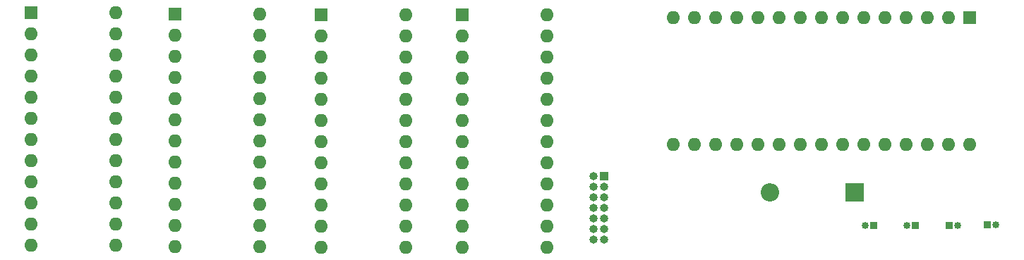
<source format=gbr>
%TF.GenerationSoftware,KiCad,Pcbnew,7.0.1-0*%
%TF.CreationDate,2023-12-21T15:42:22+00:00*%
%TF.ProjectId,orb,6f72622e-6b69-4636-9164-5f7063625858,rev?*%
%TF.SameCoordinates,Original*%
%TF.FileFunction,Soldermask,Top*%
%TF.FilePolarity,Negative*%
%FSLAX46Y46*%
G04 Gerber Fmt 4.6, Leading zero omitted, Abs format (unit mm)*
G04 Created by KiCad (PCBNEW 7.0.1-0) date 2023-12-21 15:42:22*
%MOMM*%
%LPD*%
G01*
G04 APERTURE LIST*
%ADD10R,2.200000X2.200000*%
%ADD11O,2.200000X2.200000*%
%ADD12R,1.600000X1.600000*%
%ADD13O,1.600000X1.600000*%
%ADD14R,0.850000X0.850000*%
%ADD15O,0.850000X0.850000*%
%ADD16R,1.000000X1.000000*%
%ADD17O,1.000000X1.000000*%
G04 APERTURE END LIST*
D10*
%TO.C,D1*%
X193710000Y-75640000D03*
D11*
X183550000Y-75640000D03*
%TD*%
D12*
%TO.C,E35*%
X146660522Y-54306393D03*
D13*
X146660522Y-56846393D03*
X146660522Y-59386393D03*
X146660522Y-61926393D03*
X146660522Y-64466393D03*
X146660522Y-67006393D03*
X146660522Y-69546393D03*
X146660522Y-72086393D03*
X146660522Y-74626393D03*
X146660522Y-77166393D03*
X146660522Y-79706393D03*
X146660522Y-82246393D03*
X156820522Y-82246393D03*
X156820522Y-79706393D03*
X156820522Y-77166393D03*
X156820522Y-74626393D03*
X156820522Y-72086393D03*
X156820522Y-69546393D03*
X156820522Y-67006393D03*
X156820522Y-64466393D03*
X156820522Y-61926393D03*
X156820522Y-59386393D03*
X156820522Y-56846393D03*
X156820522Y-54306393D03*
%TD*%
D12*
%TO.C,E6*%
X94900522Y-54056393D03*
D13*
X94900522Y-56596393D03*
X94900522Y-59136393D03*
X94900522Y-61676393D03*
X94900522Y-64216393D03*
X94900522Y-66756393D03*
X94900522Y-69296393D03*
X94900522Y-71836393D03*
X94900522Y-74376393D03*
X94900522Y-76916393D03*
X94900522Y-79456393D03*
X94900522Y-81996393D03*
X105060522Y-81996393D03*
X105060522Y-79456393D03*
X105060522Y-76916393D03*
X105060522Y-74376393D03*
X105060522Y-71836393D03*
X105060522Y-69296393D03*
X105060522Y-66756393D03*
X105060522Y-64216393D03*
X105060522Y-61676393D03*
X105060522Y-59136393D03*
X105060522Y-56596393D03*
X105060522Y-54056393D03*
%TD*%
D12*
%TO.C,E20*%
X129730522Y-54296393D03*
D13*
X129730522Y-56836393D03*
X129730522Y-59376393D03*
X129730522Y-61916393D03*
X129730522Y-64456393D03*
X129730522Y-66996393D03*
X129730522Y-69536393D03*
X129730522Y-72076393D03*
X129730522Y-74616393D03*
X129730522Y-77156393D03*
X129730522Y-79696393D03*
X129730522Y-82236393D03*
X139890522Y-82236393D03*
X139890522Y-79696393D03*
X139890522Y-77156393D03*
X139890522Y-74616393D03*
X139890522Y-72076393D03*
X139890522Y-69536393D03*
X139890522Y-66996393D03*
X139890522Y-64456393D03*
X139890522Y-61916393D03*
X139890522Y-59376393D03*
X139890522Y-56836393D03*
X139890522Y-54296393D03*
%TD*%
D14*
%TO.C,J1*%
X200990522Y-79606393D03*
D15*
X199990522Y-79606393D03*
%TD*%
D14*
%TO.C,J2*%
X209660522Y-79596393D03*
D15*
X210660522Y-79596393D03*
%TD*%
D12*
%TO.C,E12*%
X112150522Y-54216393D03*
D13*
X112150522Y-56756393D03*
X112150522Y-59296393D03*
X112150522Y-61836393D03*
X112150522Y-64376393D03*
X112150522Y-66916393D03*
X112150522Y-69456393D03*
X112150522Y-71996393D03*
X112150522Y-74536393D03*
X112150522Y-77076393D03*
X112150522Y-79616393D03*
X112150522Y-82156393D03*
X122310522Y-82156393D03*
X122310522Y-79616393D03*
X122310522Y-77076393D03*
X122310522Y-74536393D03*
X122310522Y-71996393D03*
X122310522Y-69456393D03*
X122310522Y-66916393D03*
X122310522Y-64376393D03*
X122310522Y-61836393D03*
X122310522Y-59296393D03*
X122310522Y-56756393D03*
X122310522Y-54216393D03*
%TD*%
D14*
%TO.C,J4*%
X195990000Y-79650000D03*
D15*
X194990000Y-79650000D03*
%TD*%
D16*
%TO.C,U3*%
X163650522Y-73696393D03*
D17*
X162380522Y-73696393D03*
X163650522Y-74966393D03*
X162380522Y-74966393D03*
X163650522Y-76236393D03*
X162380522Y-76236393D03*
X163650522Y-77506393D03*
X162380522Y-77506393D03*
X163650522Y-78776393D03*
X162380522Y-78776393D03*
X163650522Y-80046393D03*
X162380522Y-80046393D03*
X163650522Y-81316393D03*
X162380522Y-81316393D03*
%TD*%
D12*
%TO.C,U1*%
X207520522Y-54626393D03*
D13*
X204980522Y-54626393D03*
X202440522Y-54626393D03*
X199900522Y-54626393D03*
X197360522Y-54626393D03*
X194820522Y-54626393D03*
X192280522Y-54626393D03*
X189740522Y-54626393D03*
X187200522Y-54626393D03*
X184660522Y-54626393D03*
X182120522Y-54626393D03*
X179580522Y-54626393D03*
X177040522Y-54626393D03*
X174500522Y-54626393D03*
X171960522Y-54626393D03*
X171960522Y-69866393D03*
X174500522Y-69866393D03*
X177040522Y-69866393D03*
X179580522Y-69866393D03*
X182120522Y-69866393D03*
X184660522Y-69866393D03*
X187200522Y-69866393D03*
X189740522Y-69866393D03*
X192280522Y-69866393D03*
X194820522Y-69866393D03*
X197360522Y-69866393D03*
X199900522Y-69866393D03*
X202440522Y-69866393D03*
X204980522Y-69866393D03*
X207520522Y-69866393D03*
%TD*%
D14*
%TO.C,J3*%
X205060522Y-79606393D03*
D15*
X206060522Y-79606393D03*
%TD*%
M02*

</source>
